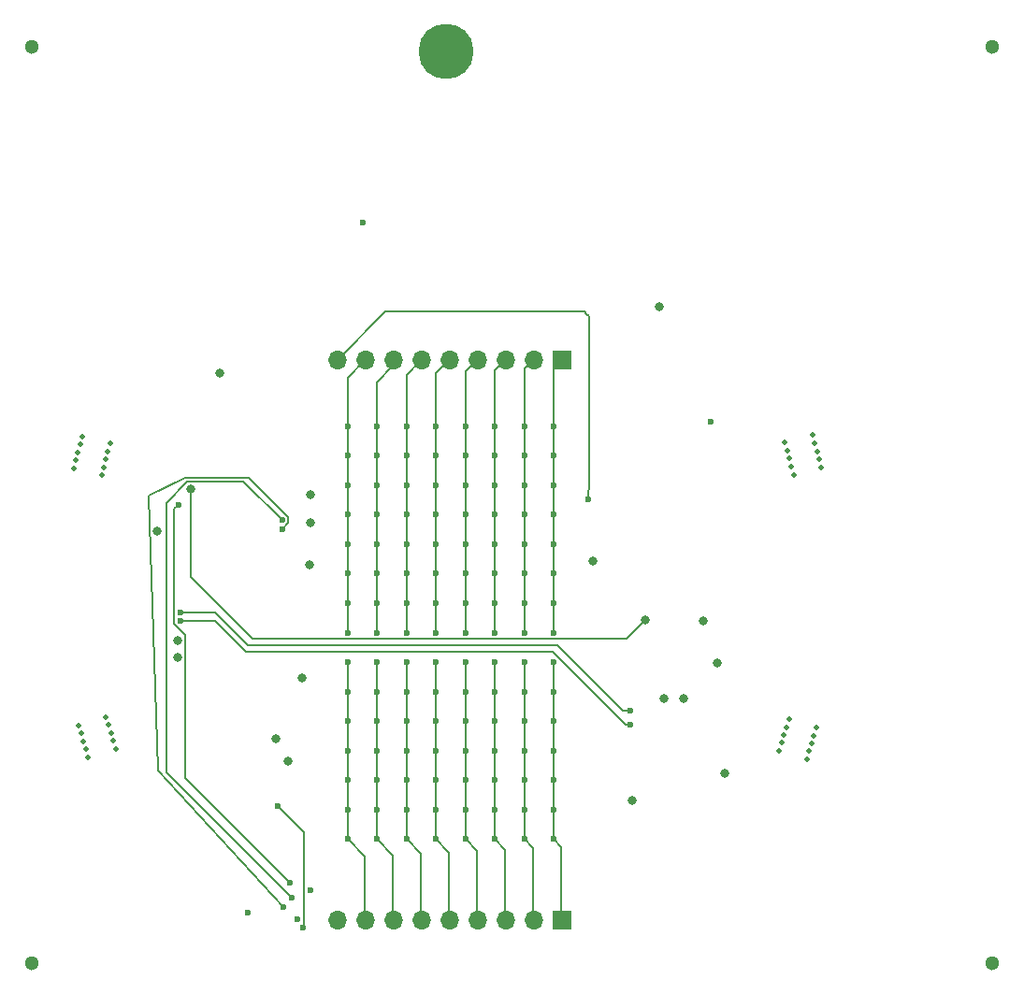
<source format=gbr>
G04 #@! TF.GenerationSoftware,KiCad,Pcbnew,(5.1.12-1-10_14)*
G04 #@! TF.CreationDate,2021-12-30T21:01:29-05:00*
G04 #@! TF.ProjectId,blinky,626c696e-6b79-42e6-9b69-6361645f7063,rev?*
G04 #@! TF.SameCoordinates,Original*
G04 #@! TF.FileFunction,Copper,L2,Inr*
G04 #@! TF.FilePolarity,Positive*
%FSLAX46Y46*%
G04 Gerber Fmt 4.6, Leading zero omitted, Abs format (unit mm)*
G04 Created by KiCad (PCBNEW (5.1.12-1-10_14)) date 2021-12-30 21:01:29*
%MOMM*%
%LPD*%
G01*
G04 APERTURE LIST*
G04 #@! TA.AperFunction,WasherPad*
%ADD10C,0.500000*%
G04 #@! TD*
G04 #@! TA.AperFunction,ComponentPad*
%ADD11C,0.800000*%
G04 #@! TD*
G04 #@! TA.AperFunction,ComponentPad*
%ADD12C,5.000000*%
G04 #@! TD*
G04 #@! TA.AperFunction,WasherPad*
%ADD13C,1.300000*%
G04 #@! TD*
G04 #@! TA.AperFunction,ComponentPad*
%ADD14O,1.700000X1.700000*%
G04 #@! TD*
G04 #@! TA.AperFunction,ComponentPad*
%ADD15R,1.700000X1.700000*%
G04 #@! TD*
G04 #@! TA.AperFunction,ViaPad*
%ADD16C,0.600000*%
G04 #@! TD*
G04 #@! TA.AperFunction,ViaPad*
%ADD17C,0.800000*%
G04 #@! TD*
G04 #@! TA.AperFunction,Conductor*
%ADD18C,0.200000*%
G04 #@! TD*
G04 APERTURE END LIST*
D10*
G04 #@! TO.N,*
G04 #@! TO.C,H1*
X50774234Y-112410887D03*
X51318559Y-110227722D03*
X50955676Y-111683165D03*
X51137117Y-110955444D03*
X50592793Y-113138609D03*
X48070024Y-112509612D03*
X48614348Y-110326447D03*
X48432907Y-111054168D03*
X48795790Y-109598725D03*
X48251465Y-111781890D03*
G04 #@! TD*
G04 #@! TO.N,*
G04 #@! TO.C,H2*
X51627115Y-137183460D03*
X50969279Y-135031775D03*
X51407836Y-136466232D03*
X51188558Y-135749003D03*
X51846394Y-137900689D03*
X49360002Y-138660855D03*
X48702165Y-136509170D03*
X48921444Y-137226398D03*
X48482886Y-135791941D03*
X49140723Y-137943627D03*
G04 #@! TD*
G04 #@! TO.N,*
G04 #@! TO.C,H4*
X114622885Y-138118914D03*
X115280721Y-135967229D03*
X114842164Y-137401686D03*
X115061442Y-136684457D03*
X114403606Y-138836143D03*
X111917214Y-138075976D03*
X112575050Y-135924291D03*
X112355771Y-136641519D03*
X112794329Y-135207062D03*
X112136493Y-137358748D03*
G04 #@! TD*
G04 #@! TO.N,*
G04 #@! TO.C,H3*
X115526457Y-111670331D03*
X114944114Y-109496998D03*
X115332343Y-110945887D03*
X115138229Y-110221443D03*
X115720571Y-112394776D03*
X113209164Y-113067705D03*
X112626821Y-110894372D03*
X112820936Y-111618817D03*
X112432707Y-110169928D03*
X113015050Y-112343261D03*
G04 #@! TD*
D11*
G04 #@! TO.N,GND*
G04 #@! TO.C,H9*
X83075825Y-73424175D03*
X81750000Y-72875000D03*
X80424175Y-73424175D03*
X79875000Y-74750000D03*
X80424175Y-76075825D03*
X81750000Y-76625000D03*
X83075825Y-76075825D03*
X83625000Y-74750000D03*
D12*
X81750000Y-74750000D03*
G04 #@! TD*
D13*
G04 #@! TO.N,*
G04 #@! TO.C,H8*
X44225385Y-157299920D03*
G04 #@! TD*
G04 #@! TO.N,*
G04 #@! TO.C,H7*
X44225385Y-74299920D03*
G04 #@! TD*
G04 #@! TO.N,*
G04 #@! TO.C,H6*
X131225385Y-157299920D03*
G04 #@! TD*
G04 #@! TO.N,*
G04 #@! TO.C,H5*
X131225385Y-74299920D03*
G04 #@! TD*
D14*
G04 #@! TO.N,/CB9*
G04 #@! TO.C,J4*
X71926000Y-153386000D03*
G04 #@! TO.N,/CB8*
X74466000Y-153386000D03*
G04 #@! TO.N,/CB7*
X77006000Y-153386000D03*
G04 #@! TO.N,/CB6*
X79546000Y-153386000D03*
G04 #@! TO.N,/CB5*
X82086000Y-153386000D03*
G04 #@! TO.N,/CB4*
X84626000Y-153386000D03*
G04 #@! TO.N,/CB3*
X87166000Y-153386000D03*
G04 #@! TO.N,/CB2*
X89706000Y-153386000D03*
D15*
G04 #@! TO.N,/CB1*
X92246000Y-153386000D03*
G04 #@! TD*
D14*
G04 #@! TO.N,/CA9*
G04 #@! TO.C,J3*
X71926000Y-102656000D03*
G04 #@! TO.N,/CA8*
X74466000Y-102656000D03*
G04 #@! TO.N,/CA7*
X77006000Y-102656000D03*
G04 #@! TO.N,/CA6*
X79546000Y-102656000D03*
G04 #@! TO.N,/CA5*
X82086000Y-102656000D03*
G04 #@! TO.N,/CA4*
X84626000Y-102656000D03*
G04 #@! TO.N,/CA3*
X87166000Y-102656000D03*
G04 #@! TO.N,/CA2*
X89706000Y-102656000D03*
D15*
G04 #@! TO.N,/CA1*
X92246000Y-102656000D03*
G04 #@! TD*
D16*
G04 #@! TO.N,GND*
X74250000Y-90250000D03*
D17*
G04 #@! TO.N,VBUS*
X68687500Y-131478500D03*
D16*
X69512500Y-150718500D03*
D17*
G04 #@! TO.N,GND*
X103272000Y-133304000D03*
X106272000Y-130104000D03*
X55566108Y-118152479D03*
X101072000Y-97904000D03*
X61272000Y-103904000D03*
X95072000Y-120904000D03*
X69513000Y-114841500D03*
X69390250Y-121259250D03*
X57448000Y-128113000D03*
X66338000Y-137003000D03*
D16*
X105672000Y-108304000D03*
D17*
X98625385Y-142599920D03*
D16*
X63800000Y-152700000D03*
D17*
G04 #@! TO.N,+3V3*
X101472000Y-133304000D03*
X105072000Y-126304000D03*
X67481000Y-139035000D03*
X69513000Y-117445000D03*
X57448000Y-129637000D03*
X107025385Y-140099920D03*
D16*
X68300000Y-153300000D03*
G04 #@! TO.N,/A7*
X57500000Y-115800000D03*
X67600000Y-150000000D03*
G04 #@! TO.N,/SWCLK*
X66900000Y-118000000D03*
X67000000Y-152200000D03*
G04 #@! TO.N,/SWDIO*
X66900000Y-117200000D03*
X67800000Y-151400000D03*
G04 #@! TO.N,/~RESET*
X68800000Y-154100000D03*
X66500000Y-143100000D03*
G04 #@! TO.N,/CA9*
X94659000Y-115286000D03*
G04 #@! TO.N,/CA8*
X72823000Y-108684000D03*
X72823000Y-111354000D03*
X72823000Y-114024000D03*
X72823000Y-116694000D03*
X72823000Y-119364000D03*
X72823000Y-122034000D03*
X72823000Y-124704000D03*
X72823000Y-127374000D03*
G04 #@! TO.N,/CA7*
X75493000Y-108684000D03*
X75493000Y-111354000D03*
X75493000Y-114024000D03*
X75493000Y-116694000D03*
X75493000Y-119364000D03*
X75493000Y-122034000D03*
X75493000Y-124704000D03*
X75493000Y-127374000D03*
G04 #@! TO.N,/CA6*
X78163000Y-108684000D03*
X78163000Y-111354000D03*
X78163000Y-114024000D03*
X78163000Y-116694000D03*
X78163000Y-119364000D03*
X78163000Y-122034000D03*
X78163000Y-124704000D03*
X78163000Y-127374000D03*
G04 #@! TO.N,/CA5*
X80833000Y-108684000D03*
X80833000Y-111354000D03*
X80833000Y-114024000D03*
X80833000Y-116694000D03*
X80833000Y-119364000D03*
X80833000Y-122034000D03*
X80833000Y-124704000D03*
X80833000Y-127374000D03*
G04 #@! TO.N,/CA4*
X83503000Y-108684000D03*
X83503000Y-111354000D03*
X83503000Y-114024000D03*
X83503000Y-116694000D03*
X83503000Y-119364000D03*
X83503000Y-122034000D03*
X83503000Y-124704000D03*
X83503000Y-127374000D03*
G04 #@! TO.N,/CA3*
X86173000Y-108684000D03*
X86173000Y-111354000D03*
X86173000Y-114024000D03*
X86173000Y-116694000D03*
X86173000Y-119364000D03*
X86173000Y-122034000D03*
X86173000Y-124704000D03*
X86173000Y-127374000D03*
G04 #@! TO.N,/CA2*
X88843000Y-108684000D03*
X88843000Y-111354000D03*
X88843000Y-114024000D03*
X88843000Y-116694000D03*
X88843000Y-119364000D03*
X88843000Y-122034000D03*
X88843000Y-124704000D03*
X88843000Y-127374000D03*
G04 #@! TO.N,/CA1*
X91513000Y-108684000D03*
X91513000Y-111354000D03*
X91513000Y-114024000D03*
X91513000Y-116694000D03*
X91513000Y-119364000D03*
X91513000Y-122034000D03*
X91513000Y-124704000D03*
X91513000Y-127374000D03*
G04 #@! TO.N,/CB8*
X72823000Y-130044000D03*
X72823000Y-132714000D03*
X72823000Y-135384000D03*
X72823000Y-138054000D03*
X72823000Y-140724000D03*
X72823000Y-143394000D03*
X72823000Y-146064000D03*
G04 #@! TO.N,/CB7*
X75493000Y-130044000D03*
X75493000Y-132714000D03*
X75493000Y-135384000D03*
X75493000Y-138054000D03*
X75493000Y-140724000D03*
X75493000Y-143394000D03*
X75493000Y-146064000D03*
G04 #@! TO.N,/CB6*
X78163000Y-130044000D03*
X78163000Y-132714000D03*
X78163000Y-135384000D03*
X78163000Y-138054000D03*
X78163000Y-140724000D03*
X78163000Y-143394000D03*
X78163000Y-146064000D03*
G04 #@! TO.N,/CB5*
X80833000Y-130044000D03*
X80833000Y-132714000D03*
X80833000Y-135384000D03*
X80833000Y-138054000D03*
X80833000Y-140724000D03*
X80833000Y-143394000D03*
X80833000Y-146064000D03*
G04 #@! TO.N,/CB4*
X83503000Y-130044000D03*
X83503000Y-132714000D03*
X83503000Y-135384000D03*
X83503000Y-138054000D03*
X83503000Y-140724000D03*
X83503000Y-143394000D03*
X83503000Y-146064000D03*
G04 #@! TO.N,/CB3*
X86173000Y-130044000D03*
X86173000Y-132714000D03*
X86173000Y-135384000D03*
X86173000Y-138054000D03*
X86173000Y-140724000D03*
X86173000Y-143394000D03*
X86173000Y-146064000D03*
G04 #@! TO.N,/CB2*
X88843000Y-130044000D03*
X88843000Y-132714000D03*
X88843000Y-135384000D03*
X88843000Y-138054000D03*
X88843000Y-140724000D03*
X88843000Y-143394000D03*
X88843000Y-146064000D03*
G04 #@! TO.N,/CB1*
X91513000Y-130044000D03*
X91513000Y-132714000D03*
X91513000Y-135384000D03*
X91513000Y-138054000D03*
X91513000Y-140724000D03*
X91513000Y-143394000D03*
X91513000Y-146064000D03*
D17*
G04 #@! TO.N,/A6*
X99772000Y-126204000D03*
X58621992Y-114349239D03*
D16*
G04 #@! TO.N,/SCL*
X98469000Y-135733000D03*
X57702000Y-126335000D03*
G04 #@! TO.N,/SDA*
X98469000Y-134463000D03*
X57702000Y-125573000D03*
G04 #@! TD*
D18*
G04 #@! TO.N,/A7*
X58098001Y-140498001D02*
X67600000Y-150000000D01*
X57151999Y-126599001D02*
X58098001Y-127545003D01*
X57151999Y-116148001D02*
X57151999Y-126599001D01*
X58098001Y-127545003D02*
X58098001Y-140498001D01*
X57500000Y-115800000D02*
X57151999Y-116148001D01*
G04 #@! TO.N,/SWCLK*
X55700000Y-139900000D02*
X67000000Y-152200000D01*
X54800000Y-115000000D02*
X55700000Y-139900000D01*
X58165013Y-113349228D02*
X54800000Y-115000000D01*
X63863230Y-113349228D02*
X58165013Y-113349228D01*
X67450001Y-116935999D02*
X63863230Y-113349228D01*
X67450001Y-117449999D02*
X67450001Y-116935999D01*
X66900000Y-118000000D02*
X67450001Y-117449999D01*
G04 #@! TO.N,/SWDIO*
X56400000Y-140000000D02*
X67800000Y-151400000D01*
X56400000Y-115609229D02*
X56400000Y-140000000D01*
X58309991Y-113699238D02*
X56400000Y-115609229D01*
X63399238Y-113699238D02*
X58309991Y-113699238D01*
X66900000Y-117200000D02*
X63399238Y-113699238D01*
G04 #@! TO.N,/~RESET*
X68850001Y-145450001D02*
X66500000Y-143100000D01*
X68850001Y-154049999D02*
X68850001Y-145450001D01*
X68800000Y-154100000D02*
X68850001Y-154049999D01*
G04 #@! TO.N,/CA9*
X94272000Y-98304000D02*
X93472000Y-98304000D01*
X76278000Y-98304000D02*
X94272000Y-98304000D01*
X71926000Y-102656000D02*
X76278000Y-98304000D01*
X94672000Y-98704000D02*
X94472000Y-98504000D01*
X94672000Y-113704000D02*
X94672000Y-98704000D01*
X94472000Y-98504000D02*
X94272000Y-98304000D01*
X94659000Y-115286000D02*
X94672000Y-113704000D01*
G04 #@! TO.N,/CA8*
X72823000Y-108684000D02*
X72823000Y-124704000D01*
X72823000Y-124704000D02*
X72823000Y-127374000D01*
X72823000Y-104264000D02*
X74428000Y-102659000D01*
X72823000Y-108684000D02*
X72823000Y-104264000D01*
G04 #@! TO.N,/CA7*
X75493000Y-108684000D02*
X75493000Y-122034000D01*
X75493000Y-122034000D02*
X75493000Y-127374000D01*
X75493000Y-108684000D02*
X75493000Y-104689000D01*
X76968000Y-103214000D02*
X76968000Y-102659000D01*
X75493000Y-104689000D02*
X76968000Y-103214000D01*
G04 #@! TO.N,/CA6*
X78163000Y-108684000D02*
X78163000Y-119364000D01*
X78163000Y-119364000D02*
X78163000Y-127374000D01*
X78163000Y-104004000D02*
X79508000Y-102659000D01*
X78163000Y-108684000D02*
X78163000Y-104004000D01*
G04 #@! TO.N,/CA5*
X80833000Y-116694000D02*
X80833000Y-108684000D01*
X80833000Y-116694000D02*
X80833000Y-127374000D01*
X80833000Y-103874000D02*
X82048000Y-102659000D01*
X80833000Y-108684000D02*
X80833000Y-103874000D01*
G04 #@! TO.N,/CA4*
X83503000Y-108684000D02*
X83503000Y-114024000D01*
X83503000Y-127374000D02*
X83503000Y-114024000D01*
X83503000Y-103744000D02*
X84588000Y-102659000D01*
X83503000Y-108684000D02*
X83503000Y-103744000D01*
G04 #@! TO.N,/CA3*
X86173000Y-108684000D02*
X86173000Y-111354000D01*
X86173000Y-111354000D02*
X86173000Y-127374000D01*
X86173000Y-103614000D02*
X87128000Y-102659000D01*
X86173000Y-108684000D02*
X86173000Y-103614000D01*
G04 #@! TO.N,/CA2*
X88843000Y-108684000D02*
X88843000Y-127374000D01*
X88843000Y-103484000D02*
X89668000Y-102659000D01*
X88843000Y-108684000D02*
X88843000Y-103484000D01*
G04 #@! TO.N,/CA1*
X91513000Y-108684000D02*
X91513000Y-127374000D01*
X91513000Y-103354000D02*
X92208000Y-102659000D01*
X91513000Y-108684000D02*
X91513000Y-103354000D01*
G04 #@! TO.N,/CB8*
X72823000Y-130044000D02*
X72823000Y-146064000D01*
X74428000Y-147669000D02*
X72823000Y-146064000D01*
X74428000Y-153389000D02*
X74428000Y-147669000D01*
G04 #@! TO.N,/CB7*
X76968000Y-147539000D02*
X75493000Y-146064000D01*
X76968000Y-153389000D02*
X76968000Y-147539000D01*
X75493000Y-146064000D02*
X75493000Y-130044000D01*
G04 #@! TO.N,/CB6*
X78163000Y-130044000D02*
X78163000Y-146064000D01*
X79508000Y-147409000D02*
X78163000Y-146064000D01*
X79508000Y-153389000D02*
X79508000Y-147409000D01*
G04 #@! TO.N,/CB5*
X80833000Y-130044000D02*
X80833000Y-146064000D01*
X82048000Y-147279000D02*
X80833000Y-146064000D01*
X82048000Y-153389000D02*
X82048000Y-147279000D01*
G04 #@! TO.N,/CB4*
X84588000Y-153389000D02*
X84588000Y-147149000D01*
X83503000Y-130044000D02*
X83503000Y-146064000D01*
X84588000Y-147149000D02*
X83503000Y-146064000D01*
G04 #@! TO.N,/CB3*
X86173000Y-130044000D02*
X86173000Y-146064000D01*
X87128000Y-147019000D02*
X86173000Y-146064000D01*
X87128000Y-153389000D02*
X87128000Y-147019000D01*
G04 #@! TO.N,/CB2*
X88843000Y-130044000D02*
X88843000Y-146064000D01*
X89668000Y-146889000D02*
X88843000Y-146064000D01*
X89668000Y-153389000D02*
X89668000Y-146889000D01*
G04 #@! TO.N,/CB1*
X91513000Y-130044000D02*
X91513000Y-146064000D01*
X92208000Y-146759000D02*
X91513000Y-146064000D01*
X92208000Y-153389000D02*
X92208000Y-146759000D01*
G04 #@! TO.N,/A6*
X98051999Y-127924001D02*
X64192001Y-127924001D01*
X99772000Y-126204000D02*
X98051999Y-127924001D01*
X58621992Y-122353992D02*
X58621992Y-114349239D01*
X64192001Y-127924001D02*
X58621992Y-122353992D01*
G04 #@! TO.N,/SCL*
X98016002Y-135733000D02*
X98469000Y-135733000D01*
X91412002Y-129129000D02*
X98016002Y-135733000D01*
X63671000Y-129129000D02*
X91412002Y-129129000D01*
X60877000Y-126335000D02*
X63671000Y-129129000D01*
X57702000Y-126335000D02*
X60877000Y-126335000D01*
G04 #@! TO.N,/SDA*
X97787998Y-134463000D02*
X91818998Y-128494000D01*
X98469000Y-134463000D02*
X97787998Y-134463000D01*
X91818998Y-128494000D02*
X63798000Y-128494000D01*
X60877000Y-125573000D02*
X57702000Y-125573000D01*
X63798000Y-128494000D02*
X60877000Y-125573000D01*
G04 #@! TD*
M02*

</source>
